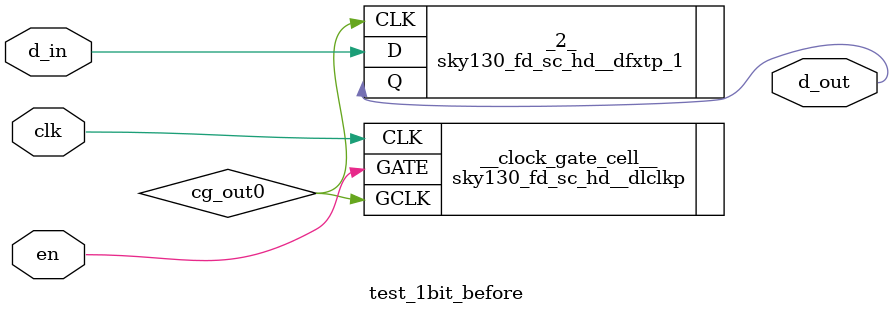
<source format=v>


module test_1bit_before
(
  d_in,
  clk,
  en,
  d_out
);

  wire cg_out0;
  wire _0_;
  input clk;
  input d_in;
  output d_out;
  input en;

  sky130_fd_sc_hd__dlclkp
  __clock_gate_cell__
  (
    .GCLK(cg_out0),
    .GATE(en),
    .CLK(clk)
  );


  sky130_fd_sc_hd__dfxtp_1
  _2_
  (
    .CLK(cg_out0),
    .D(d_in),
    .Q(d_out)
  );


endmodule


</source>
